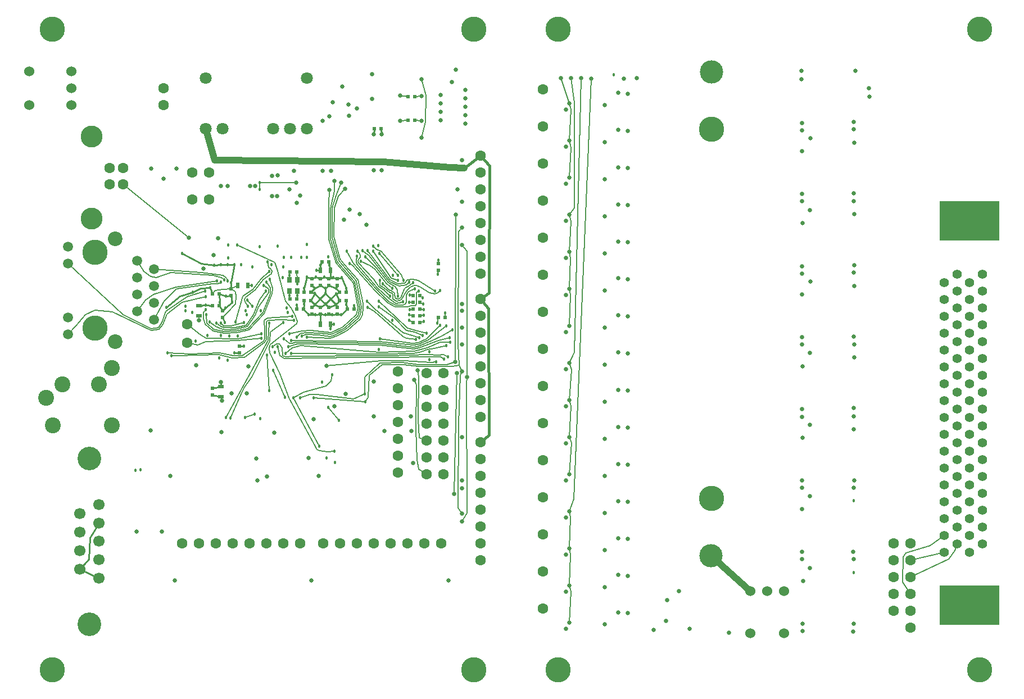
<source format=gbl>
G04 (created by PCBNEW-RS274X (2010-03-14)-final) date Tue 01 Feb 2011 02:56:58 PM EST*
G01*
G70*
G90*
%MOIN*%
G04 Gerber Fmt 3.4, Leading zero omitted, Abs format*
%FSLAX34Y34*%
G04 APERTURE LIST*
%ADD10C,0.001000*%
%ADD11R,0.023600X0.019700*%
%ADD12R,0.019700X0.023600*%
%ADD13R,0.035400X0.023600*%
%ADD14R,0.023600X0.035400*%
%ADD15C,0.063000*%
%ADD16C,0.149600*%
%ADD17C,0.137800*%
%ADD18C,0.150000*%
%ADD19R,0.031500X0.035400*%
%ADD20C,0.070900*%
%ADD21C,0.129900*%
%ADD22C,0.060000*%
%ADD23C,0.055000*%
%ADD24R,0.354300X0.236200*%
%ADD25C,0.094500*%
%ADD26C,0.140000*%
%ADD27C,0.066900*%
%ADD28C,0.086600*%
%ADD29C,0.059100*%
%ADD30C,0.025000*%
%ADD31C,0.018000*%
%ADD32C,0.005000*%
%ADD33C,0.010000*%
%ADD34C,0.008000*%
%ADD35C,0.040000*%
%ADD36C,0.015000*%
G04 APERTURE END LIST*
G54D10*
G54D11*
X00500Y-15303D03*
X00500Y-15697D03*
X02100Y-13197D03*
X02100Y-12803D03*
G54D12*
X12103Y02000D03*
X12497Y02000D03*
X10497Y00100D03*
X10103Y00100D03*
G54D11*
X06900Y-09197D03*
X06900Y-08803D03*
G54D12*
X06347Y-09600D03*
X05953Y-09600D03*
X07003Y-07800D03*
X07397Y-07800D03*
G54D11*
X01600Y-09797D03*
X01600Y-09403D03*
X01100Y-10703D03*
X01100Y-11097D03*
G54D12*
X00897Y-09700D03*
X00503Y-09700D03*
X12797Y-09800D03*
X12403Y-09800D03*
X12403Y-11000D03*
X12797Y-11000D03*
X13903Y-11100D03*
X14297Y-11100D03*
X12797Y-11400D03*
X12403Y-11400D03*
G54D11*
X13900Y-08297D03*
X13900Y-07903D03*
G54D12*
X12797Y-10600D03*
X12403Y-10600D03*
X05497Y-10000D03*
X05103Y-10000D03*
X05497Y-08400D03*
X05103Y-08400D03*
X00897Y-10400D03*
X00503Y-10400D03*
G54D11*
X07400Y-09197D03*
X07400Y-08803D03*
X07900Y-09197D03*
X07900Y-08803D03*
X06400Y-09197D03*
X06400Y-08803D03*
X07900Y-10503D03*
X07900Y-10897D03*
G54D12*
X08897Y-10600D03*
X08503Y-10600D03*
X05503Y-10600D03*
X05897Y-10600D03*
G54D11*
X07400Y-10503D03*
X07400Y-10897D03*
X06900Y-10503D03*
X06900Y-10897D03*
X06400Y-10503D03*
X06400Y-10897D03*
G54D12*
X08053Y-10100D03*
X08447Y-10100D03*
X06347Y-10100D03*
X05953Y-10100D03*
X12403Y-10200D03*
X12797Y-10200D03*
X08053Y-09600D03*
X08447Y-09600D03*
G54D13*
X01000Y-15795D03*
X01000Y-15205D03*
G54D14*
X07495Y-08300D03*
X06905Y-08300D03*
X02005Y-09200D03*
X02595Y-09200D03*
G54D13*
X-00300Y-10405D03*
X-00300Y-10995D03*
G54D14*
X06905Y-11500D03*
X07495Y-11500D03*
G54D15*
X41900Y-24500D03*
X41900Y-25500D03*
X41900Y-26500D03*
X41900Y-27500D03*
X41900Y-28500D03*
X41900Y-29500D03*
X40900Y-24500D03*
X40900Y-25500D03*
X40900Y-26500D03*
X40900Y-27500D03*
X40900Y-28500D03*
G54D16*
X30100Y00068D03*
G54D17*
X30108Y03454D03*
G54D16*
X30100Y-21845D03*
G54D17*
X30084Y-25254D03*
G54D18*
X16000Y-32000D03*
X-09000Y06000D03*
X16000Y06000D03*
X-09000Y-32000D03*
G54D15*
X-02400Y02500D03*
X-02400Y01500D03*
X-00700Y-04100D03*
X00300Y-04100D03*
X-00700Y-02500D03*
X00300Y-02500D03*
X11500Y-14300D03*
X11500Y-15300D03*
X11500Y-16300D03*
X11500Y-17300D03*
X11500Y-18300D03*
X11500Y-19300D03*
X11500Y-20300D03*
X14200Y-20400D03*
X13200Y-20400D03*
X14200Y-19400D03*
X13200Y-19400D03*
X14200Y-18400D03*
X13200Y-18400D03*
X14200Y-17400D03*
X13200Y-17400D03*
X14200Y-16400D03*
X13200Y-16400D03*
X14200Y-15400D03*
X13200Y-15400D03*
X14200Y-14400D03*
X13200Y-14400D03*
X16400Y-01500D03*
X16400Y-02500D03*
X16400Y-04500D03*
X16400Y-05500D03*
X16400Y-06500D03*
X16400Y-07500D03*
X16400Y-08500D03*
X16400Y-03500D03*
X16400Y-10000D03*
X16400Y-11000D03*
X16400Y-13000D03*
X16400Y-14000D03*
X16400Y-15000D03*
X16400Y-16000D03*
X16400Y-17000D03*
X16400Y-12000D03*
X16400Y-18500D03*
X16400Y-19500D03*
X16400Y-21500D03*
X16400Y-22500D03*
X16400Y-23500D03*
X16400Y-24500D03*
X16400Y-25500D03*
X16400Y-20500D03*
G54D19*
X05054Y-09525D03*
X05054Y-08875D03*
X05546Y-08875D03*
X05546Y-09525D03*
G54D20*
X00100Y00100D03*
X01100Y00100D03*
X04100Y00100D03*
X05100Y00100D03*
X06100Y00100D03*
X06100Y03100D03*
X00100Y03100D03*
G54D21*
X-06660Y-00359D03*
X-06660Y-05241D03*
G54D15*
X-05593Y-02237D03*
X-04806Y-02237D03*
X-04806Y-03221D03*
X-05593Y-03221D03*
G54D22*
X34400Y-27350D03*
X33400Y-27350D03*
X32400Y-27350D03*
X32400Y-29850D03*
X34400Y-29850D03*
X-07850Y01500D03*
X-07850Y02500D03*
X-07850Y03500D03*
X-10350Y03500D03*
X-10350Y01500D03*
G54D23*
X43919Y-25035D03*
X44669Y-24535D03*
X43919Y-24035D03*
X44669Y-23535D03*
X43919Y-23035D03*
X44669Y-22535D03*
X43919Y-22035D03*
X44669Y-21535D03*
X43919Y-21035D03*
X44669Y-20535D03*
X43919Y-20035D03*
X44669Y-19535D03*
X43919Y-19035D03*
X44669Y-18535D03*
X43919Y-18035D03*
X44669Y-17535D03*
X43919Y-17035D03*
X44669Y-16535D03*
X43919Y-16035D03*
X44669Y-15535D03*
X43919Y-15035D03*
X44669Y-14535D03*
X43919Y-14035D03*
X44669Y-13535D03*
X43919Y-13035D03*
X44669Y-12535D03*
X43919Y-12035D03*
X44669Y-11535D03*
X43919Y-11035D03*
X44669Y-10535D03*
X43919Y-10035D03*
X44669Y-09535D03*
X43919Y-09035D03*
X44669Y-08535D03*
X45419Y-25035D03*
X46169Y-24535D03*
X45419Y-24035D03*
X46169Y-23535D03*
X45419Y-23035D03*
X46169Y-22535D03*
X45419Y-22035D03*
X46169Y-21535D03*
X45419Y-21035D03*
X46169Y-20535D03*
X45419Y-20035D03*
X46169Y-19535D03*
X45419Y-19035D03*
X46169Y-18535D03*
X45419Y-18035D03*
X46169Y-17535D03*
X45419Y-17035D03*
X46169Y-16535D03*
X45419Y-16035D03*
X46169Y-15535D03*
X45419Y-15035D03*
X46169Y-14535D03*
X45419Y-14035D03*
X46169Y-13535D03*
X45419Y-13035D03*
X46169Y-12535D03*
X45419Y-12035D03*
X46169Y-11535D03*
X45419Y-11035D03*
X46169Y-10535D03*
X45419Y-10035D03*
X46169Y-09535D03*
X45419Y-09035D03*
X46169Y-08535D03*
G54D24*
X45419Y-28185D03*
X45419Y-05385D03*
G54D25*
X-09349Y-15859D03*
X-08404Y-15072D03*
X-06239Y-15072D03*
X-05451Y-14107D03*
X-05451Y-17493D03*
X-08955Y-17493D03*
G54D15*
X20117Y-26185D03*
X20117Y-21785D03*
X20117Y-23985D03*
X20117Y-15185D03*
X20117Y-17385D03*
X20117Y-19585D03*
X20117Y-12985D03*
X20117Y-06385D03*
X20117Y-04185D03*
X20117Y-08585D03*
X20117Y00215D03*
X20117Y-01985D03*
X20117Y-10785D03*
X20117Y02415D03*
X03690Y-24510D03*
X04690Y-24510D03*
X05690Y-24510D03*
X02690Y-24510D03*
X01690Y-24510D03*
X00690Y-24510D03*
X-00310Y-24510D03*
X-01310Y-24510D03*
X14083Y-24496D03*
X13083Y-24496D03*
X12083Y-24496D03*
X11083Y-24496D03*
X10083Y-24496D03*
X09083Y-24496D03*
X08083Y-24496D03*
X07083Y-24496D03*
X-01000Y-11500D03*
X-01000Y-12600D03*
X20117Y-28385D03*
G54D12*
X12103Y00600D03*
X12497Y00600D03*
G54D18*
X46000Y-32000D03*
X46000Y06000D03*
X21000Y-32000D03*
X21000Y06000D03*
G54D26*
X-06800Y-19480D03*
G54D27*
X-06241Y-22206D03*
X-06241Y-23297D03*
X-06241Y-24387D03*
X-06241Y-25478D03*
X-06241Y-26569D03*
X-07359Y-22752D03*
X-07359Y-23842D03*
X-07359Y-24933D03*
X-07359Y-26023D03*
G54D26*
X-06800Y-29319D03*
G54D16*
X-06451Y-07251D03*
X-06451Y-11751D03*
G54D28*
X-05250Y-06448D03*
X-05250Y-12552D03*
G54D29*
X-08049Y-06891D03*
X-08049Y-12111D03*
X-08049Y-07891D03*
X-08049Y-11111D03*
X-03951Y-07751D03*
X-02951Y-08251D03*
X-03951Y-08751D03*
X-02951Y-09251D03*
X-03951Y-09751D03*
X-02951Y-10251D03*
X-03951Y-10751D03*
X-02951Y-11251D03*
G54D30*
X04044Y-03906D03*
G54D31*
X03859Y-08377D03*
X01854Y-11374D03*
X14014Y-11576D03*
X10421Y-12362D03*
X06098Y-12271D03*
G54D30*
X08357Y-03456D03*
G54D31*
X00101Y-10385D03*
X01251Y-11401D03*
X00367Y-09353D03*
X01615Y-09038D03*
X-00662Y-09598D03*
X00601Y-07989D03*
X00998Y-07986D03*
X01395Y-07986D03*
X01799Y-07986D03*
X-01300Y-07295D03*
X-02240Y-10505D03*
X04969Y-10816D03*
X02539Y-10943D03*
G54D30*
X15297Y-23200D03*
X15603Y-14641D03*
X15320Y-06792D03*
X07266Y-13964D03*
G54D31*
X13784Y-13740D03*
G54D30*
X15309Y-05761D03*
X15301Y-14316D03*
X15305Y-22738D03*
G54D31*
X09563Y-16121D03*
X06501Y-15861D03*
X04731Y-12368D03*
X14739Y-11844D03*
X05160Y-12475D03*
X14368Y-11601D03*
X03857Y-15435D03*
X03740Y-13351D03*
X04997Y-12836D03*
X14574Y-12301D03*
X02998Y-16833D03*
X02424Y-17032D03*
X04067Y-12823D03*
X14459Y-13424D03*
X05169Y-13251D03*
X14383Y-12787D03*
X04833Y-13240D03*
X14589Y-12561D03*
X04367Y-12837D03*
X14244Y-13571D03*
X04693Y-11418D03*
X01572Y-17055D03*
X03883Y-11425D03*
X01319Y-17052D03*
X02476Y-10696D03*
X04910Y-10552D03*
X03757Y-07821D03*
X02595Y-10439D03*
X05231Y-11040D03*
X-02163Y-13200D03*
X00112Y-10638D03*
X03902Y-08837D03*
X00998Y-11428D03*
X02372Y-11420D03*
X03676Y-09546D03*
X00734Y-11447D03*
X03549Y-09199D03*
X00348Y-11383D03*
X00150Y-10936D03*
X03690Y-08994D03*
X12187Y-09020D03*
X09390Y-07153D03*
X09544Y-15652D03*
G54D30*
X14922Y-05004D03*
X14912Y-13729D03*
X15010Y-14409D03*
X14840Y-21580D03*
G54D31*
X05712Y-15856D03*
X11158Y-09369D03*
X09309Y-07757D03*
X05300Y-15866D03*
X07615Y-14498D03*
X06844Y-18750D03*
X09084Y-07468D03*
X11813Y-10162D03*
X11035Y-09829D03*
X09090Y-07165D03*
G54D30*
X12674Y-14225D03*
G54D31*
X05330Y-11278D03*
X-01927Y-13379D03*
X02587Y-10085D03*
X02878Y-10435D03*
G54D30*
X12472Y-14791D03*
X24903Y03061D03*
X24585Y02224D03*
X24583Y00020D03*
X24577Y-02193D03*
X24578Y-04390D03*
X24572Y-06603D03*
X24583Y-08780D03*
X24581Y-10983D03*
X24585Y-13176D03*
X24573Y-15400D03*
X24572Y-17604D03*
X24570Y-19807D03*
X24573Y-22000D03*
X24570Y-24207D03*
X24580Y-26387D03*
X24576Y-28594D03*
X27394Y-29119D03*
X26655Y-29649D03*
X31137Y-29794D03*
X35482Y00012D03*
X35470Y-04208D03*
X35478Y-08492D03*
X35482Y-12716D03*
X35466Y-17004D03*
X35470Y-21204D03*
X35478Y-25428D03*
X35510Y-29712D03*
X35490Y-13994D03*
X35478Y-09733D03*
X35502Y-05498D03*
X35482Y-01229D03*
X35441Y03027D03*
X35522Y-26743D03*
X35485Y-22484D03*
X35499Y-18238D03*
X25121Y-28632D03*
X23781Y-29290D03*
X21472Y-29571D03*
X21472Y-27371D03*
X23781Y-27090D03*
X25121Y-26432D03*
X21472Y-25171D03*
X23781Y-24890D03*
X25121Y-24232D03*
X21472Y-22971D03*
X23781Y-22690D03*
X25121Y-22032D03*
X21472Y-20771D03*
X23781Y-20490D03*
X25121Y-19832D03*
X21472Y-18571D03*
X23781Y-18290D03*
X25121Y-17632D03*
X21472Y-16371D03*
X23781Y-16090D03*
X25121Y-15432D03*
X21472Y-14171D03*
X23781Y-13890D03*
X25121Y-13232D03*
X21472Y-11971D03*
X23781Y-11690D03*
X25121Y-11032D03*
X21472Y-09771D03*
X23781Y-09490D03*
X25121Y-08832D03*
X21472Y-07571D03*
X23781Y-07290D03*
X25121Y-06632D03*
X21472Y-05371D03*
X23781Y-05090D03*
X25121Y-04432D03*
X21472Y-03171D03*
X23781Y-02890D03*
X25121Y-02232D03*
X21472Y-00971D03*
X23781Y-00690D03*
X25121Y-00032D03*
X21472Y01229D03*
X23781Y01510D03*
X25121Y02168D03*
X25687Y03095D03*
X28795Y-29565D03*
X28167Y-27349D03*
X27484Y-27871D03*
X35470Y00423D03*
X35478Y-03773D03*
X35474Y-08073D03*
X35486Y-12281D03*
X35478Y-16549D03*
X35478Y-20756D03*
X35470Y-24988D03*
X35490Y-29256D03*
G54D31*
X24308Y03300D03*
G54D30*
X35947Y-21718D03*
X35943Y-17465D03*
X35943Y-13215D03*
X35963Y-08964D03*
X35953Y-04743D03*
X35963Y-00464D03*
X35949Y-25978D03*
X35438Y03515D03*
X21682Y-02796D03*
X21682Y-00596D03*
X21682Y01604D03*
X21170Y03105D03*
X21682Y-29196D03*
X21682Y-26996D03*
X21682Y-24796D03*
X21682Y-22596D03*
X22968Y03072D03*
X21682Y-20396D03*
X21682Y-18196D03*
X21682Y-15996D03*
X21682Y-13796D03*
X22366Y03089D03*
X21682Y-11596D03*
X21682Y-09396D03*
X21682Y-07196D03*
X21682Y-04996D03*
X21781Y03097D03*
G54D31*
X05084Y-12079D03*
G54D30*
X07447Y-03538D03*
G54D31*
X04107Y-14237D03*
X04796Y-15854D03*
X05813Y-12200D03*
G54D30*
X08149Y-03088D03*
G54D31*
X05499Y-12260D03*
G54D30*
X07747Y-03020D03*
X15511Y00898D03*
X15516Y01392D03*
X15516Y01895D03*
X14045Y02108D03*
X14040Y01610D03*
X14035Y01106D03*
X14045Y00603D03*
X12900Y02044D03*
X14705Y02848D03*
X12891Y00549D03*
X07423Y00843D03*
X07048Y00569D03*
X09069Y01303D03*
X10057Y-00250D03*
X09969Y01866D03*
X09985Y03319D03*
X11641Y02054D03*
X11641Y00553D03*
X08593Y00847D03*
X10550Y-00245D03*
X14949Y03593D03*
X15516Y00403D03*
X15512Y02396D03*
X07624Y01664D03*
X08572Y01542D03*
X08210Y02608D03*
G54D31*
X10328Y-06851D03*
X12157Y-10954D03*
X12179Y-10194D03*
X13033Y-11328D03*
X13036Y-10627D03*
X12968Y-09934D03*
X10363Y-12992D03*
X06561Y-09372D03*
X07197Y-09372D03*
X07832Y-09385D03*
X07832Y-10323D03*
X07207Y-10320D03*
X06568Y-10323D03*
X06884Y-10000D03*
X07520Y-09997D03*
X06558Y-09678D03*
X07204Y-09681D03*
X07826Y-09691D03*
X05498Y-10385D03*
X08891Y-10389D03*
X07715Y-11505D03*
X07490Y-11774D03*
X06683Y-08308D03*
X06918Y-08016D03*
G54D30*
X-03997Y-23802D03*
X-02501Y-23800D03*
G54D31*
X05078Y-08607D03*
X05522Y-09790D03*
G54D30*
X15305Y-01787D03*
X15305Y-04248D03*
X15305Y-10299D03*
X15291Y-10703D03*
X15312Y-12697D03*
X15305Y-18197D03*
X15291Y-21222D03*
G54D31*
X03318Y-06905D03*
X02878Y-08088D03*
X01498Y-12196D03*
X00943Y-10203D03*
X01299Y-09842D03*
X01663Y-10200D03*
X01287Y-10553D03*
X-00696Y-10792D03*
X02828Y-09194D03*
X01810Y-13193D03*
X00895Y-13497D03*
X00196Y-12175D03*
X-00480Y-12488D03*
G54D30*
X-00454Y-13942D03*
X00999Y-14924D03*
X-03153Y-17802D03*
X02644Y-13996D03*
X02547Y-15603D03*
X10694Y-17833D03*
X10058Y-16964D03*
X12283Y-16980D03*
G54D31*
X07362Y-07489D03*
X13366Y-13591D03*
X-01095Y-10703D03*
G54D30*
X09653Y-05600D03*
X09236Y-04974D03*
X08295Y-05317D03*
G54D31*
X01437Y-07575D03*
G54D30*
X03047Y-03319D03*
X00994Y-03308D03*
X02728Y-03309D03*
X01412Y-03296D03*
X04380Y-02680D03*
X04038Y-02709D03*
X04346Y-03900D03*
X05345Y-02396D03*
X07047Y-02396D03*
X07552Y-02390D03*
X10068Y-02355D03*
X05087Y-03496D03*
X05712Y-03878D03*
X00568Y-07401D03*
X03183Y-20779D03*
X06198Y-19448D03*
X03090Y-19466D03*
X14496Y-26691D03*
X06373Y-26691D03*
X-01733Y-26699D03*
X39452Y02502D03*
X39469Y01991D03*
G54D31*
X13880Y-08547D03*
X13829Y-11436D03*
X07770Y-19697D03*
X-03776Y-20134D03*
G54D30*
X38546Y00506D03*
X38539Y-03753D03*
X38567Y-07998D03*
X38525Y-12251D03*
X38559Y-20765D03*
X38503Y-25003D03*
X38531Y-29262D03*
X38552Y-16486D03*
X07745Y-16385D03*
X01050Y-17895D03*
G54D31*
X03342Y-17119D03*
G54D30*
X04154Y-17949D03*
X06488Y-17130D03*
G54D31*
X04189Y-13169D03*
X06097Y-07532D03*
X04362Y-06855D03*
G54D30*
X-02402Y-02858D03*
X-01639Y-02286D03*
X-03145Y-02276D03*
X-01994Y-20491D03*
X00829Y-06400D03*
X-00042Y-08202D03*
G54D31*
X04676Y-08741D03*
X04018Y-07959D03*
X38548Y-26230D03*
X38537Y-21979D03*
G54D30*
X38547Y-17733D03*
X38568Y-13480D03*
X38568Y-09238D03*
X38578Y-04978D03*
X38578Y-00729D03*
X38645Y03513D03*
X05501Y-04289D03*
X-00300Y-11279D03*
G54D31*
X09672Y-10147D03*
X12768Y-12296D03*
X10366Y-10485D03*
X12973Y-12183D03*
X09698Y-10490D03*
X12563Y-12421D03*
X10369Y-10148D03*
X13215Y-12038D03*
X12501Y-09388D03*
X08454Y-07162D03*
X01000Y-08994D03*
X11498Y-09843D03*
X09568Y-07504D03*
X01403Y-08944D03*
X05071Y-09790D03*
X01188Y-08860D03*
X00771Y-08931D03*
X05549Y-09121D03*
X03407Y-12059D03*
X00062Y-09551D03*
X01968Y-06794D03*
X07739Y-19041D03*
X03303Y-03518D03*
X03300Y-03098D03*
G54D30*
X05475Y-03116D03*
G54D31*
X09711Y-07153D03*
X13702Y-09532D03*
X10428Y-08906D03*
X13997Y-09507D03*
X12727Y-09535D03*
X08643Y-07911D03*
X12420Y-09053D03*
X10616Y-09103D03*
X11821Y-08904D03*
X10031Y-06855D03*
X11509Y-08911D03*
X10033Y-07166D03*
X11503Y-08594D03*
X10395Y-07320D03*
G54D30*
X-00907Y-06384D03*
X08651Y-04705D03*
G54D31*
X00090Y-09880D03*
X07385Y-16426D03*
X07999Y-17215D03*
X03407Y-12322D03*
G54D30*
X12906Y03034D03*
X12906Y-00444D03*
G54D31*
X06650Y-08717D03*
X07153Y-08719D03*
X07656Y-08723D03*
X08184Y-08724D03*
X06099Y-08720D03*
X08436Y-09385D03*
X05949Y-09371D03*
X07438Y-08009D03*
X-01101Y-10431D03*
X11194Y-08609D03*
X12159Y-11257D03*
X12205Y-10622D03*
X12192Y-09779D03*
X13035Y-10961D03*
X13003Y-10292D03*
X11166Y-11258D03*
X06195Y-10942D03*
X06601Y-10939D03*
X07192Y-10928D03*
X07596Y-10945D03*
X08150Y-10928D03*
X05948Y-10320D03*
X08450Y-10323D03*
X03361Y-10690D03*
X02003Y-12197D03*
X02378Y-12809D03*
G54D30*
X01056Y-16045D03*
X01652Y-15599D03*
G54D31*
X07003Y-14950D03*
G54D30*
X10064Y-14904D03*
X08390Y-15646D03*
X12292Y-17833D03*
X12409Y-19741D03*
G54D31*
X13371Y-13152D03*
X02208Y-07983D03*
X01429Y-06793D03*
G54D30*
X10532Y-02361D03*
X03740Y-20523D03*
X06819Y-20494D03*
G54D31*
X13904Y-07692D03*
X14299Y-10842D03*
X01003Y-12179D03*
X01412Y-13634D03*
X07279Y-19428D03*
X-04051Y-20158D03*
G54D30*
X15053Y-03499D03*
X15300Y-11719D03*
X15306Y-20776D03*
G54D31*
X04688Y-08114D03*
X04727Y-07545D03*
X05154Y-07546D03*
X05774Y-07546D03*
X06098Y-06771D03*
G54D30*
X38546Y00046D03*
X38539Y-04206D03*
X38553Y-08451D03*
X38560Y-12718D03*
X38544Y-16963D03*
X38552Y-21218D03*
X38531Y-25449D03*
X38517Y-29722D03*
G54D32*
X01854Y-11374D02*
X02308Y-09841D01*
X02308Y-09841D02*
X02917Y-09422D01*
X02917Y-09422D02*
X03357Y-08829D01*
X03859Y-08377D02*
X03357Y-08829D01*
X14014Y-11576D02*
X13213Y-12369D01*
X13213Y-12369D02*
X12690Y-12592D01*
X12690Y-12592D02*
X12374Y-12634D01*
X12374Y-12634D02*
X10656Y-12402D01*
X10421Y-12362D02*
X10656Y-12402D01*
X06098Y-12271D02*
X07501Y-12343D01*
X07501Y-12343D02*
X07949Y-12173D01*
X07949Y-12173D02*
X08511Y-11862D01*
X08511Y-11862D02*
X09259Y-11194D01*
X09259Y-11194D02*
X09392Y-10937D01*
X09392Y-10937D02*
X09437Y-10525D01*
X09437Y-10525D02*
X09421Y-10282D01*
X09421Y-10282D02*
X09136Y-08877D01*
X09136Y-08877D02*
X08341Y-07973D01*
X08341Y-07973D02*
X08070Y-07634D01*
X08070Y-07634D02*
X07713Y-06320D01*
X07713Y-06320D02*
X07723Y-04618D01*
X07723Y-04618D02*
X07955Y-03896D01*
X07955Y-03896D02*
X08357Y-03456D01*
G54D33*
X00503Y-10400D02*
X00101Y-10385D01*
X-00300Y-10405D02*
X00101Y-10385D01*
X00367Y-09353D02*
X00503Y-09700D01*
X01600Y-09403D02*
X01615Y-09038D01*
X01100Y-11097D02*
X01251Y-11401D01*
G54D34*
X01600Y-09403D02*
X02005Y-09200D01*
X00503Y-09700D02*
X00564Y-09700D01*
X00503Y-09700D02*
X00678Y-09507D01*
X00678Y-09507D02*
X01093Y-09434D01*
X01093Y-09434D02*
X01600Y-09403D01*
X01100Y-11097D02*
X01380Y-10854D01*
X01380Y-10854D02*
X01866Y-10291D01*
X01866Y-10291D02*
X01920Y-09855D01*
X01920Y-09855D02*
X01864Y-09563D01*
X01864Y-09563D02*
X01600Y-09403D01*
G54D33*
X01615Y-09038D02*
X01799Y-07986D01*
X01799Y-07986D02*
X01395Y-07986D01*
X01395Y-07986D02*
X00998Y-07986D01*
X00998Y-07986D02*
X00601Y-07989D01*
X-01300Y-07295D02*
X-00161Y-07916D01*
X-00161Y-07916D02*
X00601Y-07989D01*
X00367Y-09353D02*
X-00181Y-09358D01*
X-00181Y-09358D02*
X-00662Y-09598D01*
X-00662Y-09598D02*
X-01418Y-09833D01*
X-01418Y-09833D02*
X-02240Y-10505D01*
G54D34*
X15297Y-23200D02*
X15590Y-22696D01*
X15603Y-14641D02*
X15580Y-15087D01*
X15580Y-15087D02*
X15590Y-22696D01*
X15603Y-14641D02*
X15607Y-14168D01*
X15607Y-14168D02*
X15590Y-07157D01*
X15320Y-06792D02*
X15590Y-07157D01*
G54D32*
X07266Y-13964D02*
X10507Y-13685D01*
X10507Y-13685D02*
X11884Y-13686D01*
X11884Y-13686D02*
X13465Y-13763D01*
X13784Y-13740D02*
X13465Y-13763D01*
G54D34*
X15305Y-22738D02*
X15054Y-22414D01*
X15054Y-22414D02*
X15096Y-17429D01*
X15301Y-14316D02*
X15214Y-14554D01*
X15301Y-14316D02*
X15144Y-13944D01*
X15144Y-13944D02*
X15058Y-12707D01*
X15091Y-06021D02*
X15309Y-05761D01*
G54D32*
X09563Y-16121D02*
X09735Y-15839D01*
X09735Y-15839D02*
X09795Y-14551D01*
X09795Y-14551D02*
X10569Y-13893D01*
X10569Y-13893D02*
X11824Y-13911D01*
X12744Y-14001D02*
X14752Y-14013D01*
X14752Y-14013D02*
X15144Y-13944D01*
G54D34*
X15096Y-17429D02*
X15214Y-14554D01*
X15058Y-12707D02*
X15091Y-06021D01*
G54D32*
X09563Y-16121D02*
X06501Y-15861D01*
X11824Y-13911D02*
X12744Y-14001D01*
X04731Y-12368D02*
X05071Y-12640D01*
X05071Y-12640D02*
X05234Y-12649D01*
X05234Y-12649D02*
X05436Y-12579D01*
X05436Y-12579D02*
X10392Y-12632D01*
X12435Y-12855D02*
X10392Y-12632D01*
X12435Y-12855D02*
X12743Y-12805D01*
X14115Y-12189D02*
X14739Y-11844D01*
X12743Y-12805D02*
X13548Y-12479D01*
X13548Y-12479D02*
X14115Y-12189D01*
X05160Y-12475D02*
X10408Y-12532D01*
X10408Y-12532D02*
X12402Y-12749D01*
X12402Y-12749D02*
X12718Y-12707D01*
X13301Y-12445D02*
X14368Y-11601D01*
X12718Y-12707D02*
X13301Y-12445D01*
X03740Y-13351D02*
X03857Y-15435D01*
X04997Y-12836D02*
X05522Y-12682D01*
X05522Y-12682D02*
X10417Y-12736D01*
X10417Y-12736D02*
X12452Y-12959D01*
X12452Y-12959D02*
X12760Y-12914D01*
X13911Y-12465D02*
X14574Y-12301D01*
X12760Y-12914D02*
X13911Y-12465D01*
X02424Y-17032D02*
X02998Y-16833D01*
X04067Y-12823D02*
X04312Y-12663D01*
X04475Y-12660D02*
X04642Y-12891D01*
X04642Y-12891D02*
X04675Y-13359D01*
X04675Y-13359D02*
X04838Y-13441D01*
X04838Y-13441D02*
X05298Y-13409D01*
X05298Y-13409D02*
X10178Y-13364D01*
X10178Y-13364D02*
X10960Y-13365D01*
X10960Y-13365D02*
X13319Y-13319D01*
X13319Y-13319D02*
X13920Y-13326D01*
X13920Y-13326D02*
X14195Y-13294D01*
X14459Y-13424D02*
X14195Y-13294D01*
X04312Y-12663D02*
X04475Y-12660D01*
X05169Y-13251D02*
X10557Y-13264D01*
X10557Y-13264D02*
X12446Y-13234D01*
X12446Y-13234D02*
X12897Y-13122D01*
X13222Y-13001D02*
X12897Y-13122D01*
X13668Y-12953D02*
X14383Y-12787D01*
X13222Y-13001D02*
X13668Y-12953D01*
X04833Y-13240D02*
X05230Y-12906D01*
X05230Y-12906D02*
X05748Y-12786D01*
X05748Y-12786D02*
X10415Y-13162D01*
X12477Y-13119D02*
X10415Y-13162D01*
X14589Y-12561D02*
X13997Y-12561D01*
X13231Y-12892D02*
X12477Y-13119D01*
X13231Y-12892D02*
X13997Y-12561D01*
X04367Y-12837D02*
X04514Y-13369D01*
X04514Y-13369D02*
X04776Y-13554D01*
X04776Y-13554D02*
X08854Y-13477D01*
X08854Y-13477D02*
X10963Y-13466D01*
X10963Y-13466D02*
X13340Y-13424D01*
X13340Y-13424D02*
X14041Y-13432D01*
X14041Y-13432D02*
X14244Y-13571D01*
X04693Y-11418D02*
X03945Y-11966D01*
X03945Y-11966D02*
X03908Y-12499D01*
X03908Y-12499D02*
X02835Y-14650D01*
X02835Y-14650D02*
X02419Y-15227D01*
X02419Y-15227D02*
X02226Y-15586D01*
X01572Y-17055D02*
X02226Y-15586D01*
X03883Y-11425D02*
X03808Y-12466D01*
X03808Y-12466D02*
X02401Y-15047D01*
X02401Y-15047D02*
X01319Y-17052D01*
X02595Y-10439D02*
X02437Y-10172D01*
X02437Y-10172D02*
X02409Y-10043D01*
X02409Y-10043D02*
X02457Y-09902D01*
X02457Y-09902D02*
X03026Y-09478D01*
X03026Y-09478D02*
X03494Y-08869D01*
X04009Y-08492D02*
X03494Y-08869D01*
X04035Y-08329D02*
X04009Y-08492D01*
X04035Y-08329D02*
X03930Y-08188D01*
X03830Y-08150D02*
X03757Y-07821D01*
X03930Y-08188D02*
X03830Y-08150D01*
X05231Y-11040D02*
X03776Y-11138D01*
X03776Y-11138D02*
X03585Y-11287D01*
X03585Y-11287D02*
X03588Y-11868D01*
X03588Y-11868D02*
X03610Y-12380D01*
X03610Y-12380D02*
X03539Y-12500D01*
X03539Y-12500D02*
X02262Y-13374D01*
X02262Y-13374D02*
X01736Y-13386D01*
X01736Y-13386D02*
X00937Y-13219D01*
X00937Y-13219D02*
X-00831Y-13256D01*
X-00831Y-13256D02*
X-02163Y-13200D01*
X-00029Y-10811D02*
X00112Y-10638D01*
X-00029Y-10811D02*
X-00027Y-11155D01*
X-00027Y-11155D02*
X00073Y-11499D01*
X00073Y-11499D02*
X00528Y-11903D01*
X00528Y-11903D02*
X01212Y-12030D01*
X01212Y-12030D02*
X01925Y-12003D01*
X01925Y-12003D02*
X02667Y-11849D01*
X02667Y-11849D02*
X03582Y-10863D01*
X03582Y-10863D02*
X04041Y-09712D01*
X04041Y-09712D02*
X04057Y-09369D01*
X04057Y-09369D02*
X03902Y-08837D01*
X00998Y-11428D02*
X01171Y-11594D01*
X01171Y-11594D02*
X01614Y-11603D01*
X01614Y-11603D02*
X02372Y-11420D01*
X00734Y-11447D02*
X00993Y-11653D01*
X00993Y-11653D02*
X01210Y-11711D01*
X01210Y-11711D02*
X01836Y-11700D01*
X01836Y-11700D02*
X02496Y-11564D01*
X02496Y-11564D02*
X02942Y-10939D01*
X02942Y-10939D02*
X03297Y-10043D01*
X03297Y-10043D02*
X03676Y-09546D01*
X00348Y-11383D02*
X00711Y-11649D01*
X00711Y-11649D02*
X01003Y-11781D01*
X01003Y-11781D02*
X01255Y-11822D01*
X01255Y-11822D02*
X01878Y-11799D01*
X01878Y-11799D02*
X02569Y-11652D01*
X02569Y-11652D02*
X03052Y-10957D01*
X03052Y-10957D02*
X03236Y-10471D01*
X03236Y-10471D02*
X03841Y-09628D01*
X03841Y-09628D02*
X03842Y-09405D01*
X03842Y-09405D02*
X03549Y-09199D01*
X03690Y-08994D02*
X03930Y-09337D01*
X03930Y-09337D02*
X03953Y-09441D01*
X03953Y-09441D02*
X03938Y-09698D01*
X03938Y-09698D02*
X03492Y-10811D01*
X03492Y-10811D02*
X02611Y-11758D01*
X02611Y-11758D02*
X01865Y-11905D01*
X01865Y-11905D02*
X01199Y-11925D01*
X01199Y-11925D02*
X00561Y-11798D01*
X00561Y-11798D02*
X00160Y-11437D01*
X00160Y-11437D02*
X00150Y-10936D01*
X09616Y-07289D02*
X09769Y-07393D01*
X09769Y-07393D02*
X11002Y-08970D01*
X11002Y-08970D02*
X11559Y-09233D01*
X12187Y-09020D02*
X11992Y-09187D01*
X09616Y-07289D02*
X09390Y-07153D01*
X11992Y-09187D02*
X11559Y-09233D01*
X09537Y-14653D02*
X09544Y-15652D01*
X09537Y-14653D02*
X10441Y-13792D01*
X14912Y-13729D02*
X14420Y-13908D01*
X14912Y-13729D02*
X14922Y-05004D01*
X15010Y-14409D02*
X14840Y-21580D01*
X09544Y-15652D02*
X08873Y-15938D01*
X08873Y-15938D02*
X06719Y-15687D01*
X06719Y-15687D02*
X06254Y-15687D01*
X06254Y-15687D02*
X05712Y-15856D01*
X10441Y-13792D02*
X11738Y-13787D01*
X12751Y-13901D02*
X11738Y-13787D01*
X14420Y-13908D02*
X12751Y-13901D01*
X09309Y-07757D02*
X09887Y-08023D01*
X09887Y-08023D02*
X10138Y-08226D01*
X10849Y-09118D02*
X11158Y-09369D01*
X10138Y-08226D02*
X10849Y-09118D01*
X05300Y-15866D02*
X05906Y-15532D01*
X05906Y-15532D02*
X07237Y-15173D01*
X07237Y-15173D02*
X07542Y-14883D01*
X07542Y-14883D02*
X07615Y-14498D01*
X05300Y-15866D02*
X06844Y-18750D01*
X09084Y-07468D02*
X09032Y-07760D01*
X09032Y-07760D02*
X09069Y-07945D01*
X09069Y-07945D02*
X10285Y-09349D01*
X11365Y-10257D02*
X10958Y-09985D01*
X11365Y-10257D02*
X11601Y-10237D01*
X11601Y-10237D02*
X11813Y-10162D01*
X10285Y-09349D02*
X10958Y-09985D01*
X11035Y-09829D02*
X10667Y-09476D01*
X09158Y-07878D02*
X09139Y-07731D01*
X09139Y-07731D02*
X09199Y-07599D01*
X09199Y-07599D02*
X09255Y-07549D01*
X09255Y-07549D02*
X09265Y-07391D01*
X09265Y-07391D02*
X09215Y-07276D01*
X09215Y-07276D02*
X09090Y-07165D01*
X10062Y-08846D02*
X09158Y-07878D01*
X10206Y-09033D02*
X10062Y-08846D01*
X10667Y-09476D02*
X10357Y-09278D01*
X10357Y-09278D02*
X10206Y-09033D01*
G54D34*
X12674Y-14225D02*
X12745Y-14636D01*
X12745Y-14636D02*
X12719Y-17167D01*
X12719Y-17167D02*
X12759Y-18226D01*
X12759Y-18226D02*
X13200Y-18400D01*
G54D32*
X05330Y-11278D02*
X04586Y-11247D01*
X04586Y-11247D02*
X03829Y-11260D01*
X03829Y-11260D02*
X03706Y-11348D01*
X03706Y-11348D02*
X03712Y-12405D01*
X03712Y-12405D02*
X03617Y-12582D01*
X02420Y-13471D02*
X03617Y-12582D01*
X02420Y-13471D02*
X01684Y-13493D01*
X01684Y-13493D02*
X00885Y-13321D01*
X00885Y-13321D02*
X-01558Y-13372D01*
X-01558Y-13372D02*
X-01927Y-13379D01*
X02878Y-10435D02*
X02587Y-10085D01*
G54D34*
X12472Y-14791D02*
X12610Y-15104D01*
X12610Y-15104D02*
X12581Y-17729D01*
X12581Y-17729D02*
X12621Y-19538D01*
X12621Y-19538D02*
X12725Y-20106D01*
X12725Y-20106D02*
X13200Y-20400D01*
X21682Y01604D02*
X21772Y01245D01*
X21772Y01245D02*
X21682Y-00596D01*
X21682Y-00596D02*
X21765Y-01034D01*
X21765Y-01034D02*
X21682Y-02796D01*
X21682Y01604D02*
X21170Y03105D01*
X22968Y03072D02*
X21945Y-21874D01*
X21945Y-21874D02*
X21682Y-22596D01*
X21682Y-22596D02*
X21753Y-22979D01*
X21753Y-22979D02*
X21682Y-24796D01*
X21682Y-24796D02*
X21744Y-25162D01*
X21744Y-25162D02*
X21682Y-26996D01*
X21682Y-26996D02*
X21761Y-27371D01*
X21761Y-27371D02*
X21682Y-29196D01*
X22366Y03089D02*
X21968Y-13185D01*
X21968Y-13185D02*
X21682Y-13796D01*
X21682Y-13796D02*
X21792Y-14197D01*
X21792Y-14197D02*
X21682Y-15996D01*
X21682Y-15996D02*
X21767Y-16372D01*
X21767Y-16372D02*
X21682Y-18196D01*
X21682Y-18196D02*
X21792Y-18547D01*
X21792Y-18547D02*
X21682Y-20396D01*
X21682Y-04996D02*
X21768Y-05415D01*
X21768Y-05415D02*
X21682Y-07196D01*
X21682Y-07196D02*
X21752Y-07598D01*
X21752Y-07598D02*
X21682Y-09396D01*
X21682Y-09396D02*
X21748Y-09776D01*
X21748Y-09776D02*
X21682Y-11596D01*
X21781Y03097D02*
X21979Y01625D01*
X21979Y01625D02*
X21962Y-04590D01*
X21962Y-04590D02*
X21682Y-04996D01*
G54D32*
X05084Y-12079D02*
X05813Y-11914D01*
X05813Y-11914D02*
X06323Y-11879D01*
X06323Y-11879D02*
X07526Y-11988D01*
X07526Y-11988D02*
X08241Y-11660D01*
X08241Y-11660D02*
X09048Y-10938D01*
X09048Y-10938D02*
X09128Y-10551D01*
X09128Y-10551D02*
X08862Y-09058D01*
X08862Y-09058D02*
X07821Y-07864D01*
X07821Y-07864D02*
X07410Y-06476D01*
X07410Y-06476D02*
X07410Y-04391D01*
X07410Y-04391D02*
X07447Y-03538D01*
X04107Y-14237D02*
X04796Y-15854D01*
X05813Y-12200D02*
X06083Y-12100D01*
X06083Y-12100D02*
X06813Y-12154D01*
X06813Y-12154D02*
X07474Y-12227D01*
X07474Y-12227D02*
X07704Y-12159D01*
X07704Y-12159D02*
X08408Y-11803D01*
X08408Y-11803D02*
X09172Y-11137D01*
X09172Y-11137D02*
X09280Y-10935D01*
X09280Y-10935D02*
X09336Y-10519D01*
X09336Y-10519D02*
X09046Y-08940D01*
X09046Y-08940D02*
X07990Y-07722D01*
X07990Y-07722D02*
X07612Y-06385D01*
X07612Y-06385D02*
X07618Y-04606D01*
X07618Y-04606D02*
X07825Y-03882D01*
X07825Y-03882D02*
X08149Y-03088D01*
X05499Y-12260D02*
X05733Y-12037D01*
X05733Y-12037D02*
X06133Y-11993D01*
X06133Y-11993D02*
X06894Y-12050D01*
X06894Y-12050D02*
X07497Y-12101D01*
X07497Y-12101D02*
X07647Y-12061D01*
X07647Y-12061D02*
X08342Y-11723D01*
X08342Y-11723D02*
X09132Y-10998D01*
X09132Y-10998D02*
X09182Y-10872D01*
X09182Y-10872D02*
X09234Y-10523D01*
X09234Y-10523D02*
X08953Y-08994D01*
X08953Y-08994D02*
X07905Y-07793D01*
X07905Y-07793D02*
X07511Y-06425D01*
X07511Y-06425D02*
X07511Y-04626D01*
X07511Y-04626D02*
X07733Y-03596D01*
X07733Y-03596D02*
X07747Y-03020D01*
G54D34*
X12497Y02000D02*
X12900Y02044D01*
X12497Y00600D02*
X12891Y00549D01*
G54D33*
X10057Y-00250D02*
X10103Y00100D01*
G54D34*
X12103Y02000D02*
X11641Y02054D01*
X12103Y00600D02*
X11641Y00553D01*
G54D33*
X10550Y-00245D02*
X10497Y00100D01*
G54D32*
X12968Y-09934D02*
X12797Y-09800D01*
X12179Y-10194D02*
X12403Y-10200D01*
X13036Y-10627D02*
X12797Y-10600D01*
X12157Y-10954D02*
X12403Y-11000D01*
X13033Y-11328D02*
X12797Y-11400D01*
G54D33*
X06400Y-09197D02*
X06561Y-09372D01*
X06561Y-09372D02*
X06900Y-09197D01*
X06900Y-09197D02*
X07197Y-09372D01*
X07197Y-09372D02*
X07400Y-09197D01*
X07400Y-09197D02*
X07832Y-09385D01*
X07832Y-09385D02*
X07900Y-09197D01*
X07832Y-09385D02*
X08053Y-09600D01*
X07826Y-09691D02*
X08053Y-09600D01*
X06558Y-09678D02*
X06347Y-09600D01*
X06347Y-09600D02*
X06561Y-09372D01*
X06347Y-10100D02*
X06568Y-10323D01*
X06400Y-10503D02*
X06568Y-10323D01*
X06568Y-10323D02*
X06900Y-10503D01*
X06900Y-10503D02*
X07207Y-10320D01*
X07207Y-10320D02*
X07400Y-10503D01*
X07400Y-10503D02*
X07832Y-10323D01*
X07832Y-10323D02*
X07900Y-10503D01*
X07832Y-10323D02*
X08053Y-10100D01*
X08053Y-10100D02*
X07826Y-09691D01*
X06347Y-10100D02*
X06558Y-09678D01*
X06568Y-10323D02*
X06884Y-10000D01*
X06884Y-10000D02*
X07204Y-09681D01*
X07204Y-09681D02*
X07520Y-09997D01*
X07207Y-10320D02*
X07520Y-09997D01*
X07204Y-09681D02*
X07197Y-09372D01*
X07520Y-09997D02*
X07832Y-10323D01*
X07520Y-09997D02*
X07826Y-09691D01*
X06884Y-10000D02*
X06558Y-09678D01*
X07207Y-10320D02*
X06884Y-10000D01*
X05503Y-10600D02*
X05498Y-10385D01*
X08897Y-10600D02*
X08891Y-10389D01*
X07495Y-11500D02*
X07715Y-11505D01*
X07495Y-11500D02*
X07490Y-11774D01*
X06905Y-08300D02*
X06683Y-08308D01*
X06905Y-08300D02*
X06918Y-08016D01*
X07003Y-07800D02*
X06918Y-08016D01*
G54D32*
X05054Y-08875D02*
X05078Y-08607D01*
X05103Y-08400D02*
X05078Y-08607D01*
X05546Y-09525D02*
X05522Y-09790D01*
X05497Y-10000D02*
X05522Y-09790D01*
G54D34*
X05103Y-08400D02*
X05078Y-08607D01*
X05060Y-08803D02*
X05078Y-08607D01*
X05546Y-09525D02*
X05522Y-09790D01*
X05497Y-10000D02*
X05522Y-09790D01*
G54D33*
X00897Y-09700D02*
X00943Y-10203D01*
X00897Y-09700D02*
X01299Y-09842D01*
X01299Y-09842D02*
X01600Y-09797D01*
X01600Y-09797D02*
X01663Y-10200D01*
X01663Y-10200D02*
X01287Y-10553D01*
X01287Y-10553D02*
X01100Y-10703D01*
X01100Y-10703D02*
X00897Y-10400D01*
X00897Y-10400D02*
X00943Y-10203D01*
G54D34*
X02595Y-09200D02*
X02828Y-09194D01*
G54D33*
X01810Y-13193D02*
X02100Y-13197D01*
X01000Y-15205D02*
X00999Y-14924D01*
X00500Y-15303D02*
X01000Y-15205D01*
G54D32*
X13900Y-08297D02*
X13880Y-08547D01*
X13829Y-11436D02*
X13903Y-11100D01*
G54D34*
X-00300Y-10995D02*
X-00300Y-11279D01*
G54D32*
X12768Y-12296D02*
X11806Y-12019D01*
X10133Y-10599D02*
X09672Y-10147D01*
X11806Y-12019D02*
X10133Y-10599D01*
X12492Y-11957D02*
X12019Y-11862D01*
X12019Y-11862D02*
X11291Y-11134D01*
X11291Y-11134D02*
X10366Y-10485D01*
X12492Y-11957D02*
X12973Y-12183D01*
X12563Y-12421D02*
X12020Y-12339D01*
X11815Y-12223D02*
X10119Y-10740D01*
X10119Y-10740D02*
X09698Y-10490D01*
X12020Y-12339D02*
X11815Y-12223D01*
X10369Y-10148D02*
X11365Y-11064D01*
X11365Y-11064D02*
X12080Y-11730D01*
X12080Y-11730D02*
X12669Y-11888D01*
X13215Y-12038D02*
X12669Y-11888D01*
X12501Y-09388D02*
X12273Y-09488D01*
X12273Y-09488D02*
X12135Y-09561D01*
X12135Y-09561D02*
X12044Y-09692D01*
X12011Y-09814D02*
X12044Y-09692D01*
X12013Y-10205D02*
X11933Y-10314D01*
X11805Y-10375D02*
X11357Y-10367D01*
X11357Y-10367D02*
X10978Y-10171D01*
X10978Y-10171D02*
X10206Y-09412D01*
X08454Y-07162D02*
X08868Y-07891D01*
X12013Y-10205D02*
X12011Y-09814D01*
X11933Y-10314D02*
X11805Y-10375D01*
X10206Y-09412D02*
X08868Y-07891D01*
X-02951Y-11251D02*
X-02352Y-10124D01*
X-02352Y-10124D02*
X-01644Y-09405D01*
X-01644Y-09405D02*
X00492Y-09094D01*
X00492Y-09094D02*
X00784Y-09097D01*
X00784Y-09097D02*
X00938Y-09067D01*
X00938Y-09067D02*
X01000Y-08994D01*
X09568Y-07504D02*
X10207Y-08143D01*
X10936Y-09050D02*
X11350Y-09273D01*
X11350Y-09273D02*
X11474Y-09462D01*
X11498Y-09843D02*
X11474Y-09462D01*
X10207Y-08143D02*
X10936Y-09050D01*
X01403Y-08944D02*
X01326Y-08759D01*
X01326Y-08759D02*
X01121Y-08588D01*
X01121Y-08588D02*
X-00155Y-08433D01*
X-00155Y-08433D02*
X-02951Y-08251D01*
X05103Y-10000D02*
X05071Y-09790D01*
X05071Y-09790D02*
X05054Y-09525D01*
G54D34*
X05103Y-10000D02*
X05071Y-09790D01*
X05054Y-09525D02*
X05071Y-09790D01*
G54D32*
X-03157Y-08686D02*
X-03566Y-08359D01*
X-03157Y-08686D02*
X-02827Y-08727D01*
X-02827Y-08727D02*
X-01957Y-08423D01*
X00529Y-08618D02*
X01053Y-08732D01*
X01053Y-08732D02*
X01188Y-08860D01*
X-01957Y-08423D02*
X00529Y-08618D01*
X-03566Y-08359D02*
X-03951Y-07751D01*
X00771Y-08931D02*
X-01661Y-09301D01*
X-02994Y-09744D02*
X-03458Y-10067D01*
X-03458Y-10067D02*
X-03951Y-10751D01*
X-01661Y-09301D02*
X-02994Y-09744D01*
X05546Y-08875D02*
X05549Y-09121D01*
X05497Y-08400D02*
X05546Y-08875D01*
G54D34*
X05546Y-08875D02*
X05549Y-09121D01*
G54D32*
X03407Y-12059D02*
X02023Y-12372D01*
X02023Y-12372D02*
X00149Y-12340D01*
X00149Y-12340D02*
X-00180Y-12142D01*
X-00180Y-12142D02*
X-01000Y-11500D01*
X00062Y-09551D02*
X-00996Y-09873D01*
X-00996Y-09873D02*
X-02265Y-10743D01*
X-02265Y-10743D02*
X-02488Y-11405D01*
X-02488Y-11405D02*
X-02704Y-11705D01*
X-02704Y-11705D02*
X-03115Y-11774D01*
X-03115Y-11774D02*
X-04788Y-10931D01*
X-04788Y-10931D02*
X-08049Y-07891D01*
X01968Y-06794D02*
X04195Y-07845D01*
X04195Y-07845D02*
X04359Y-08338D01*
X04359Y-08338D02*
X04824Y-10144D01*
X04824Y-10144D02*
X05163Y-10551D01*
X05163Y-10551D02*
X05395Y-10962D01*
X05395Y-10962D02*
X05536Y-11345D01*
X05536Y-11345D02*
X05502Y-11480D01*
X05502Y-11480D02*
X03948Y-12696D01*
X03948Y-12696D02*
X03894Y-12786D01*
X03894Y-12786D02*
X03875Y-12933D01*
X03875Y-12933D02*
X03917Y-13204D01*
X03917Y-13204D02*
X04498Y-14454D01*
X04498Y-14454D02*
X05047Y-15870D01*
X05047Y-15870D02*
X06717Y-18927D01*
X06717Y-18927D02*
X06838Y-19008D01*
X06838Y-19008D02*
X07343Y-19073D01*
X07343Y-19073D02*
X07739Y-19041D01*
X03303Y-03518D02*
X03300Y-03098D01*
X03300Y-03098D02*
X05475Y-03116D01*
X09711Y-07153D02*
X11053Y-08872D01*
X11053Y-08872D02*
X11520Y-09101D01*
X11520Y-09101D02*
X11909Y-09061D01*
X12695Y-08899D02*
X13702Y-09532D01*
X12058Y-08867D02*
X12373Y-08832D01*
X11909Y-09061D02*
X12058Y-08867D01*
X12373Y-08832D02*
X12695Y-08899D01*
X10428Y-08906D02*
X10447Y-09205D01*
X10673Y-09350D02*
X11021Y-09641D01*
X11108Y-09646D02*
X11021Y-09641D01*
X11210Y-09718D02*
X11108Y-09646D01*
X11214Y-10003D02*
X11210Y-09718D01*
X11214Y-10003D02*
X11418Y-10136D01*
X11601Y-10109D02*
X11418Y-10136D01*
X11601Y-10109D02*
X11749Y-10003D01*
X11749Y-10003D02*
X11868Y-09778D01*
X11868Y-09778D02*
X12038Y-09498D01*
X12038Y-09498D02*
X12227Y-09314D01*
X12469Y-09212D02*
X12615Y-09216D01*
X12615Y-09216D02*
X12837Y-09289D01*
X12837Y-09289D02*
X13373Y-09646D01*
X13373Y-09646D02*
X13708Y-09717D01*
X13708Y-09717D02*
X13877Y-09632D01*
X13997Y-09507D02*
X13877Y-09632D01*
X12227Y-09314D02*
X12469Y-09212D01*
X10447Y-09205D02*
X10673Y-09350D01*
X10916Y-10252D02*
X10135Y-09492D01*
X11325Y-10467D02*
X10916Y-10252D01*
X11325Y-10467D02*
X11824Y-10482D01*
X12054Y-10458D02*
X11824Y-10482D01*
X12054Y-10458D02*
X12309Y-10400D01*
X12547Y-10393D02*
X12309Y-10400D01*
X12547Y-10393D02*
X12616Y-10306D01*
X12616Y-10306D02*
X12607Y-09680D01*
X12607Y-09680D02*
X12649Y-09587D01*
X12727Y-09535D02*
X12649Y-09587D01*
X10135Y-09492D02*
X08815Y-07988D01*
X08815Y-07988D02*
X08643Y-07911D01*
X12420Y-09053D02*
X12214Y-09207D01*
X12214Y-09207D02*
X11895Y-09380D01*
X11895Y-09380D02*
X11673Y-09931D01*
X11673Y-09931D02*
X11604Y-09974D01*
X11604Y-09974D02*
X11548Y-10008D01*
X11548Y-10008D02*
X11481Y-10015D01*
X11481Y-10015D02*
X11379Y-09981D01*
X11379Y-09981D02*
X11349Y-09920D01*
X11349Y-09920D02*
X11323Y-09862D01*
X11323Y-09862D02*
X11313Y-09761D01*
X11313Y-09761D02*
X11307Y-09638D01*
X11307Y-09638D02*
X11183Y-09558D01*
X11183Y-09558D02*
X11163Y-09545D01*
X11163Y-09545D02*
X11066Y-09512D01*
X11066Y-09512D02*
X10972Y-09464D01*
X10972Y-09464D02*
X10616Y-09103D01*
X10031Y-06855D02*
X10231Y-07060D01*
X10231Y-07060D02*
X10501Y-07161D01*
X10501Y-07161D02*
X11703Y-08574D01*
X11703Y-08574D02*
X11821Y-08904D01*
X11509Y-08911D02*
X11096Y-08762D01*
X11096Y-08762D02*
X10033Y-07166D01*
X11503Y-08594D02*
X10395Y-07320D01*
G54D34*
X-04806Y-03221D02*
X-00907Y-06384D01*
G54D33*
X-06241Y-23297D02*
X-06771Y-24164D01*
X-06771Y-24164D02*
X-06829Y-25430D01*
X-06829Y-25430D02*
X-07359Y-26023D01*
X-06241Y-26569D02*
X-07359Y-26023D01*
G54D32*
X00090Y-09880D02*
X-01298Y-10202D01*
X-01298Y-10202D02*
X-02211Y-10898D01*
X-02211Y-10898D02*
X-02414Y-11499D01*
X-02414Y-11499D02*
X-02655Y-11806D01*
X-02655Y-11806D02*
X-03135Y-11880D01*
X-03135Y-11880D02*
X-05430Y-10778D01*
X-05430Y-10778D02*
X-06461Y-10687D01*
X-06461Y-10687D02*
X-07026Y-10938D01*
X-07026Y-10938D02*
X-07612Y-11621D01*
X-07612Y-11621D02*
X-08049Y-12111D01*
X07999Y-17215D02*
X07385Y-16426D01*
X03407Y-12322D02*
X02020Y-12476D01*
X02020Y-12476D02*
X00101Y-12534D01*
X00101Y-12534D02*
X-00369Y-12723D01*
X-00369Y-12723D02*
X-01000Y-12600D01*
G54D35*
X30084Y-25254D02*
X32400Y-27350D01*
G54D32*
X41900Y-26500D02*
X44156Y-25425D01*
X44156Y-25425D02*
X44548Y-24953D01*
X44548Y-24953D02*
X44669Y-24535D01*
X41900Y-27500D02*
X41446Y-26810D01*
X41446Y-26810D02*
X41476Y-25295D01*
X41476Y-25295D02*
X41647Y-25074D01*
X41647Y-25074D02*
X43062Y-24622D01*
X43062Y-24622D02*
X43919Y-24035D01*
G54D34*
X12906Y03034D02*
X13170Y02069D01*
X13170Y02069D02*
X13153Y00512D01*
X13153Y00512D02*
X12906Y-00444D01*
G54D33*
X08447Y-09600D02*
X08436Y-09385D01*
X05953Y-09600D02*
X05949Y-09371D01*
X06099Y-08720D02*
X06400Y-08803D01*
X06400Y-08803D02*
X06650Y-08717D01*
X06650Y-08717D02*
X06900Y-08803D01*
X06900Y-08803D02*
X07153Y-08719D01*
X07153Y-08719D02*
X07400Y-08803D01*
X07400Y-08803D02*
X07656Y-08723D01*
X07656Y-08723D02*
X07900Y-08803D01*
X07900Y-08803D02*
X08184Y-08724D01*
X05949Y-09371D02*
X06099Y-08720D01*
X08184Y-08724D02*
X08436Y-09385D01*
X07495Y-08300D02*
X07496Y-08702D01*
X07496Y-08702D02*
X07656Y-08723D01*
X07397Y-07800D02*
X07438Y-08009D01*
X07438Y-08009D02*
X07495Y-08300D01*
G54D32*
X12159Y-11257D02*
X12403Y-11400D01*
X13035Y-10961D02*
X12797Y-11000D01*
X12205Y-10622D02*
X12403Y-10600D01*
X13003Y-10292D02*
X12797Y-10200D01*
X12192Y-09779D02*
X12403Y-09800D01*
G54D33*
X05948Y-10320D02*
X05953Y-10100D01*
X05948Y-10320D02*
X05897Y-10600D01*
X06195Y-10942D02*
X06400Y-10897D01*
X06400Y-10897D02*
X06601Y-10939D01*
X06601Y-10939D02*
X06900Y-10897D01*
X06900Y-10897D02*
X07192Y-10928D01*
X07192Y-10928D02*
X07400Y-10897D01*
X07400Y-10897D02*
X07596Y-10945D01*
X07596Y-10945D02*
X07900Y-10897D01*
X07900Y-10897D02*
X08150Y-10928D01*
X05897Y-10600D02*
X06195Y-10942D01*
X08150Y-10928D02*
X08503Y-10600D01*
X08450Y-10323D02*
X08503Y-10600D01*
X08450Y-10323D02*
X08447Y-10100D01*
X06905Y-11500D02*
X06900Y-10897D01*
X02100Y-12803D02*
X02378Y-12809D01*
X01000Y-15795D02*
X01056Y-16045D01*
X00500Y-15697D02*
X01000Y-15795D01*
G54D32*
X13900Y-07903D02*
X13904Y-07692D01*
X14297Y-11100D02*
X14299Y-10842D01*
G54D36*
X16931Y-02110D02*
X16400Y-01500D01*
X16931Y-02110D02*
X16914Y-09626D01*
X16914Y-09626D02*
X16400Y-10000D01*
X16882Y-10574D02*
X16400Y-10000D01*
X16882Y-10574D02*
X16916Y-18087D01*
X16916Y-18087D02*
X16400Y-18500D01*
G54D35*
X00100Y00100D02*
X00623Y-01764D01*
X00623Y-01764D02*
X07258Y-01850D01*
X07258Y-01850D02*
X10653Y-01865D01*
X14591Y-02221D02*
X15435Y-02242D01*
G54D36*
X15435Y-02242D02*
X16400Y-01500D01*
G54D35*
X10653Y-01865D02*
X14591Y-02221D01*
G54D32*
X41900Y-25500D02*
X43919Y-25035D01*
M02*

</source>
